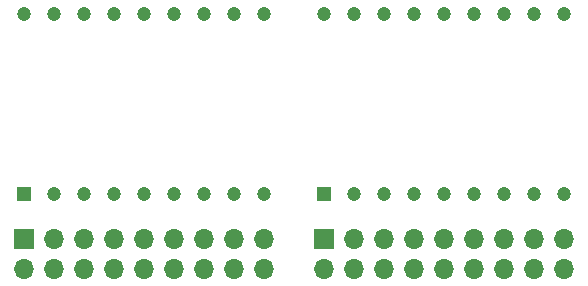
<source format=gbr>
%TF.GenerationSoftware,KiCad,Pcbnew,5.1.6-c6e7f7d~87~ubuntu18.04.1*%
%TF.CreationDate,2020-07-29T10:58:19+02:00*%
%TF.ProjectId,LED-display_x4,4c45442d-6469-4737-906c-61795f78342e,1.0*%
%TF.SameCoordinates,PX463f660PY525bfc0*%
%TF.FileFunction,Copper,L1,Top*%
%TF.FilePolarity,Positive*%
%FSLAX46Y46*%
G04 Gerber Fmt 4.6, Leading zero omitted, Abs format (unit mm)*
G04 Created by KiCad (PCBNEW 5.1.6-c6e7f7d~87~ubuntu18.04.1) date 2020-07-29 10:58:19*
%MOMM*%
%LPD*%
G01*
G04 APERTURE LIST*
%TA.AperFunction,ComponentPad*%
%ADD10C,1.200000*%
%TD*%
%TA.AperFunction,ComponentPad*%
%ADD11R,1.200000X1.200000*%
%TD*%
%TA.AperFunction,ComponentPad*%
%ADD12O,1.700000X1.700000*%
%TD*%
%TA.AperFunction,ComponentPad*%
%ADD13R,1.700000X1.700000*%
%TD*%
G04 APERTURE END LIST*
D10*
%TO.P,D2,10*%
%TO.N,/b2-2*%
X53340000Y25400000D03*
%TO.P,D2,11*%
%TO.N,/a2-2*%
X50800000Y25400000D03*
%TO.P,D2,12*%
%TO.N,/f2-2*%
X48260000Y25400000D03*
%TO.P,D2,13*%
%TO.N,/cc1-2*%
X45720000Y25400000D03*
%TO.P,D2,14*%
%TO.N,/cc2-2*%
X43180000Y25400000D03*
%TO.P,D2,15*%
%TO.N,/b1-2*%
X40640000Y25400000D03*
%TO.P,D2,16*%
%TO.N,/a1-2*%
X38100000Y25400000D03*
%TO.P,D2,17*%
%TO.N,/g1-2*%
X35560000Y25400000D03*
%TO.P,D2,18*%
%TO.N,/f1-2*%
X33020000Y25400000D03*
%TO.P,D2,9*%
%TO.N,/dp2-2*%
X53340000Y10160000D03*
%TO.P,D2,8*%
%TO.N,/c2-2*%
X50800000Y10160000D03*
%TO.P,D2,7*%
%TO.N,/g2-2*%
X48260000Y10160000D03*
%TO.P,D2,6*%
%TO.N,/d2-2*%
X45720000Y10160000D03*
%TO.P,D2,5*%
%TO.N,/e2-2*%
X43180000Y10160000D03*
%TO.P,D2,4*%
%TO.N,/dp1-2*%
X40640000Y10160000D03*
%TO.P,D2,3*%
%TO.N,/c1-2*%
X38100000Y10160000D03*
%TO.P,D2,2*%
%TO.N,/d1-2*%
X35560000Y10160000D03*
D11*
%TO.P,D2,1*%
%TO.N,/e1-2*%
X33020000Y10160000D03*
%TD*%
D10*
%TO.P,D1,10*%
%TO.N,/b2-1*%
X27940000Y25400000D03*
%TO.P,D1,11*%
%TO.N,/a2-1*%
X25400000Y25400000D03*
%TO.P,D1,12*%
%TO.N,/f2-1*%
X22860000Y25400000D03*
%TO.P,D1,13*%
%TO.N,/cc1-1*%
X20320000Y25400000D03*
%TO.P,D1,14*%
%TO.N,/cc2-1*%
X17780000Y25400000D03*
%TO.P,D1,15*%
%TO.N,/b1-1*%
X15240000Y25400000D03*
%TO.P,D1,16*%
%TO.N,/a1-1*%
X12700000Y25400000D03*
%TO.P,D1,17*%
%TO.N,/g1-1*%
X10160000Y25400000D03*
%TO.P,D1,18*%
%TO.N,/f1-1*%
X7620000Y25400000D03*
%TO.P,D1,9*%
%TO.N,/dp2-1*%
X27940000Y10160000D03*
%TO.P,D1,8*%
%TO.N,/c2-1*%
X25400000Y10160000D03*
%TO.P,D1,7*%
%TO.N,/g2-1*%
X22860000Y10160000D03*
%TO.P,D1,6*%
%TO.N,/d2-1*%
X20320000Y10160000D03*
%TO.P,D1,5*%
%TO.N,/e2-1*%
X17780000Y10160000D03*
%TO.P,D1,4*%
%TO.N,/dp1-1*%
X15240000Y10160000D03*
%TO.P,D1,3*%
%TO.N,/c1-1*%
X12700000Y10160000D03*
%TO.P,D1,2*%
%TO.N,/d1-1*%
X10160000Y10160000D03*
D11*
%TO.P,D1,1*%
%TO.N,/e1-1*%
X7620000Y10160000D03*
%TD*%
D12*
%TO.P,J2,10*%
%TO.N,/b2-2*%
X53340000Y3810000D03*
%TO.P,J2,9*%
%TO.N,/dp2-2*%
X53340000Y6350000D03*
%TO.P,J2,11*%
%TO.N,/a2-2*%
X50800000Y3810000D03*
%TO.P,J2,8*%
%TO.N,/c2-2*%
X50800000Y6350000D03*
%TO.P,J2,12*%
%TO.N,/f2-2*%
X48260000Y3810000D03*
%TO.P,J2,7*%
%TO.N,/g2-2*%
X48260000Y6350000D03*
%TO.P,J2,13*%
%TO.N,/cc1-2*%
X45720000Y3810000D03*
%TO.P,J2,6*%
%TO.N,/d2-2*%
X45720000Y6350000D03*
%TO.P,J2,14*%
%TO.N,/cc2-2*%
X43180000Y3810000D03*
%TO.P,J2,5*%
%TO.N,/e2-2*%
X43180000Y6350000D03*
%TO.P,J2,15*%
%TO.N,/b1-2*%
X40640000Y3810000D03*
%TO.P,J2,4*%
%TO.N,/dp1-2*%
X40640000Y6350000D03*
%TO.P,J2,16*%
%TO.N,/a1-2*%
X38100000Y3810000D03*
%TO.P,J2,3*%
%TO.N,/c1-2*%
X38100000Y6350000D03*
%TO.P,J2,17*%
%TO.N,/g1-2*%
X35560000Y3810000D03*
%TO.P,J2,2*%
%TO.N,/d1-2*%
X35560000Y6350000D03*
%TO.P,J2,18*%
%TO.N,/f1-2*%
X33020000Y3810000D03*
D13*
%TO.P,J2,1*%
%TO.N,/e1-2*%
X33020000Y6350000D03*
%TD*%
D12*
%TO.P,J1,10*%
%TO.N,/b2-1*%
X27940000Y3810000D03*
%TO.P,J1,9*%
%TO.N,/dp2-1*%
X27940000Y6350000D03*
%TO.P,J1,11*%
%TO.N,/a2-1*%
X25400000Y3810000D03*
%TO.P,J1,8*%
%TO.N,/c2-1*%
X25400000Y6350000D03*
%TO.P,J1,12*%
%TO.N,/f2-1*%
X22860000Y3810000D03*
%TO.P,J1,7*%
%TO.N,/g2-1*%
X22860000Y6350000D03*
%TO.P,J1,13*%
%TO.N,/cc1-1*%
X20320000Y3810000D03*
%TO.P,J1,6*%
%TO.N,/d2-1*%
X20320000Y6350000D03*
%TO.P,J1,14*%
%TO.N,/cc2-1*%
X17780000Y3810000D03*
%TO.P,J1,5*%
%TO.N,/e2-1*%
X17780000Y6350000D03*
%TO.P,J1,15*%
%TO.N,/b1-1*%
X15240000Y3810000D03*
%TO.P,J1,4*%
%TO.N,/dp1-1*%
X15240000Y6350000D03*
%TO.P,J1,16*%
%TO.N,/a1-1*%
X12700000Y3810000D03*
%TO.P,J1,3*%
%TO.N,/c1-1*%
X12700000Y6350000D03*
%TO.P,J1,17*%
%TO.N,/g1-1*%
X10160000Y3810000D03*
%TO.P,J1,2*%
%TO.N,/d1-1*%
X10160000Y6350000D03*
%TO.P,J1,18*%
%TO.N,/f1-1*%
X7620000Y3810000D03*
D13*
%TO.P,J1,1*%
%TO.N,/e1-1*%
X7620000Y6350000D03*
%TD*%
M02*

</source>
